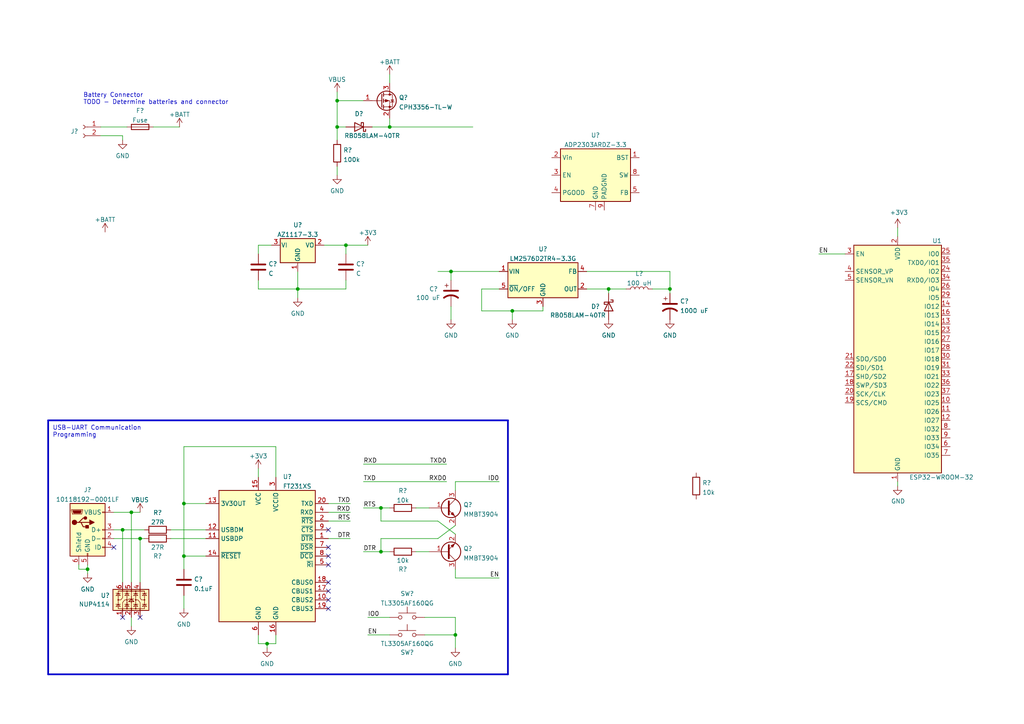
<source format=kicad_sch>
(kicad_sch (version 20211123) (generator eeschema)
  (paper "A4")
  (lib_symbols
    (symbol "Connector:Conn_01x02_Female" (pin_names (offset 1.016) hide)
      (property "Reference" "J" (at 0 2.54 0))
      (property "Value" "Conn_01x02_Female" (at 0 -5.08 0))
      (symbol "Conn_01x02_Female_1_1"
        (arc (start 0 -2.032) (mid -0.508 -2.54) (end 0 -3.048) (stroke (width 0.1524)))
        (polyline (pts (xy -1.27 -2.54) (xy -0.508 -2.54)) (stroke (width 0.1524)))
        (polyline (pts (xy -1.27 0) (xy -0.508 0)) (stroke (width 0.1524)))
        (arc (start 0 0.508) (mid -0.508 0) (end 0 -0.508) (stroke (width 0.1524)))
        (pin passive line (at -5.08 0 0) (length 3.81) (name "Pin_1") (number "1"))
        (pin passive line (at -5.08 -2.54 0) (length 3.81) (name "Pin_2") (number "2"))
      )
    )
    (symbol "Connector:USB_B_Micro" (pin_names (offset 1.016))
      (property "Reference" "J" (at -5.08 11.43 0))
      (property "Value" "USB_B_Micro" (at -5.08 8.89 0))
      (symbol "USB_B_Micro_0_1"
        (rectangle (start -5.08 -7.62) (end 5.08 7.62) (stroke (width 0.254)) (fill (type background)))
        (circle (center -3.81 2.159) (radius 0.635) (stroke (width 0.254)) (fill (type outline)))
        (circle (center -0.635 3.429) (radius 0.381) (stroke (width 0.254)) (fill (type outline)))
        (rectangle (start -0.127 -7.62) (end 0.127 -6.858))
        (polyline (pts (xy -1.905 2.159) (xy 0.635 2.159)) (stroke (width 0.254)))
        (polyline (pts (xy -3.175 2.159) (xy -2.54 2.159) (xy -1.27 3.429) (xy -0.635 3.429)) (stroke (width 0.254)))
        (polyline (pts (xy -2.54 2.159) (xy -1.905 2.159) (xy -1.27 0.889) (xy 0 0.889)) (stroke (width 0.254)))
        (polyline (pts (xy 0.635 2.794) (xy 0.635 1.524) (xy 1.905 2.159) (xy 0.635 2.794)) (stroke (width 0.254)) (fill (type outline)))
        (polyline (pts (xy -4.318 5.588) (xy -1.778 5.588) (xy -2.032 4.826) (xy -4.064 4.826) (xy -4.318 5.588)) (fill (type outline)))
        (polyline (pts (xy -4.699 5.842) (xy -4.699 5.588) (xy -4.445 4.826) (xy -4.445 4.572) (xy -1.651 4.572) (xy -1.651 4.826) (xy -1.397 5.588) (xy -1.397 5.842) (xy -4.699 5.842)))
        (rectangle (start 0.254 1.27) (end -0.508 0.508) (stroke (width 0.254)) (fill (type outline)))
        (rectangle (start 5.08 -5.207) (end 4.318 -4.953))
        (rectangle (start 5.08 -2.667) (end 4.318 -2.413))
        (rectangle (start 5.08 -0.127) (end 4.318 0.127))
        (rectangle (start 5.08 4.953) (end 4.318 5.207))
      )
      (symbol "USB_B_Micro_1_1"
        (pin power_out line (at 7.62 5.08 180) (length 2.54) (name "VBUS") (number "1"))
        (pin bidirectional line (at 7.62 -2.54 180) (length 2.54) (name "D-") (number "2"))
        (pin bidirectional line (at 7.62 0 180) (length 2.54) (name "D+") (number "3"))
        (pin passive line (at 7.62 -5.08 180) (length 2.54) (name "ID") (number "4"))
        (pin power_out line (at 0 -10.16 90) (length 2.54) (name "GND") (number "5"))
        (pin passive line (at -2.54 -10.16 90) (length 2.54) (name "Shield") (number "6"))
      )
    )
    (symbol "Device:C" (pin_numbers hide) (pin_names (offset 0.254))
      (property "Reference" "C" (at 0.635 2.54 0))
      (property "Value" "C" (at 0.635 -2.54 0))
      (symbol "C_0_1"
        (polyline (pts (xy -2.032 -0.762) (xy 2.032 -0.762)) (stroke (width 0.508)))
        (polyline (pts (xy -2.032 0.762) (xy 2.032 0.762)) (stroke (width 0.508)))
      )
      (symbol "C_1_1"
        (pin passive line (at 0 3.81 270) (length 2.794) (name "~") (number "1"))
        (pin passive line (at 0 -3.81 90) (length 2.794) (name "~") (number "2"))
      )
    )
    (symbol "Device:C_Polarized_US" (pin_numbers hide) (pin_names (offset 0.254) hide)
      (property "Reference" "C" (at 0.635 2.54 0))
      (property "Value" "C_Polarized_US" (at 0.635 -2.54 0))
      (symbol "C_Polarized_US_0_1"
        (polyline (pts (xy -2.032 0.762) (xy 2.032 0.762)) (stroke (width 0.508)))
        (polyline (pts (xy -1.778 2.286) (xy -0.762 2.286)))
        (polyline (pts (xy -1.27 1.778) (xy -1.27 2.794)))
        (arc (start 2.032 -1.27) (mid 0 -0.5572) (end -2.032 -1.27) (stroke (width 0.508)))
      )
      (symbol "C_Polarized_US_1_1"
        (pin passive line (at 0 3.81 270) (length 2.794) (name "~") (number "1"))
        (pin passive line (at 0 -3.81 90) (length 3.302) (name "~") (number "2"))
      )
    )
    (symbol "Device:D_Schottky" (pin_numbers hide) (pin_names (offset 1.016) hide)
      (property "Reference" "D" (at 0 2.54 0))
      (property "Value" "D_Schottky" (at 0 -2.54 0))
      (symbol "D_Schottky_0_1"
        (polyline (pts (xy 1.27 0) (xy -1.27 0)))
        (polyline (pts (xy 1.27 1.27) (xy 1.27 -1.27) (xy -1.27 0) (xy 1.27 1.27)) (stroke (width 0.254)))
        (polyline (pts (xy -1.905 0.635) (xy -1.905 1.27) (xy -1.27 1.27) (xy -1.27 -1.27) (xy -0.635 -1.27) (xy -0.635 -0.635)) (stroke (width 0.254)))
      )
      (symbol "D_Schottky_1_1"
        (pin passive line (at -3.81 0 0) (length 2.54) (name "K") (number "1"))
        (pin passive line (at 3.81 0 180) (length 2.54) (name "A") (number "2"))
      )
    )
    (symbol "Device:Fuse" (pin_numbers hide) (pin_names (offset 0))
      (property "Reference" "F" (at 2.032 0 90))
      (property "Value" "Fuse" (at -1.905 0 90))
      (symbol "Fuse_0_1"
        (rectangle (start -0.762 -2.54) (end 0.762 2.54) (stroke (width 0.254)))
        (polyline (pts (xy 0 2.54) (xy 0 -2.54)))
      )
      (symbol "Fuse_1_1"
        (pin passive line (at 0 3.81 270) (length 1.27) (name "~") (number "1"))
        (pin passive line (at 0 -3.81 90) (length 1.27) (name "~") (number "2"))
      )
    )
    (symbol "Device:L" (pin_numbers hide) (pin_names (offset 1.016) hide)
      (property "Reference" "L" (at -1.27 0 90))
      (property "Value" "L" (at 1.905 0 90))
      (symbol "L_0_1"
        (arc (start 0 -2.54) (mid 0.635 -1.905) (end 0 -1.27))
        (arc (start 0 -1.27) (mid 0.635 -0.635) (end 0 0))
        (arc (start 0 0) (mid 0.635 0.635) (end 0 1.27))
        (arc (start 0 1.27) (mid 0.635 1.905) (end 0 2.54))
      )
      (symbol "L_1_1"
        (pin passive line (at 0 3.81 270) (length 1.27) (name "1") (number "1"))
        (pin passive line (at 0 -3.81 90) (length 1.27) (name "2") (number "2"))
      )
    )
    (symbol "Device:R" (pin_numbers hide) (pin_names (offset 0))
      (property "Reference" "R" (at 2.032 0 90))
      (property "Value" "R" (at 0 0 90))
      (symbol "R_0_1"
        (rectangle (start -1.016 -2.54) (end 1.016 2.54) (stroke (width 0.254)))
      )
      (symbol "R_1_1"
        (pin passive line (at 0 3.81 270) (length 1.27) (name "~") (number "1"))
        (pin passive line (at 0 -3.81 90) (length 1.27) (name "~") (number "2"))
      )
    )
    (symbol "Interface_USB:FT231XS"
      (property "Reference" "U" (at -13.97 20.32 0))
      (property "Value" "FT231XS" (at 7.62 20.32 0))
      (symbol "FT231XS_0_1"
        (rectangle (start -13.97 19.05) (end 13.97 -19.05) (stroke (width 0.254)) (fill (type background)))
      )
      (symbol "FT231XS_1_1"
        (pin output line (at 17.78 5.08 180) (length 3.81) (name "~{DTR}") (number "1"))
        (pin bidirectional line (at 17.78 -12.7 180) (length 3.81) (name "CBUS2") (number "10"))
        (pin bidirectional line (at -17.78 5.08 0) (length 3.81) (name "USBDP") (number "11"))
        (pin bidirectional line (at -17.78 7.62 0) (length 3.81) (name "USBDM") (number "12"))
        (pin power_out line (at -17.78 15.24 0) (length 3.81) (name "3V3OUT") (number "13"))
        (pin input line (at -17.78 0 0) (length 3.81) (name "~{RESET}") (number "14"))
        (pin power_in line (at -2.54 22.86 270) (length 3.81) (name "VCC") (number "15"))
        (pin power_in line (at 2.54 -22.86 90) (length 3.81) (name "GND") (number "16"))
        (pin bidirectional line (at 17.78 -10.16 180) (length 3.81) (name "CBUS1") (number "17"))
        (pin bidirectional line (at 17.78 -7.62 180) (length 3.81) (name "CBUS0") (number "18"))
        (pin bidirectional line (at 17.78 -15.24 180) (length 3.81) (name "CBUS3") (number "19"))
        (pin output line (at 17.78 10.16 180) (length 3.81) (name "~{RTS}") (number "2"))
        (pin output line (at 17.78 15.24 180) (length 3.81) (name "TXD") (number "20"))
        (pin power_in line (at 2.54 22.86 270) (length 3.81) (name "VCCIO") (number "3"))
        (pin input line (at 17.78 12.7 180) (length 3.81) (name "RXD") (number "4"))
        (pin input line (at 17.78 -2.54 180) (length 3.81) (name "~{RI}") (number "5"))
        (pin power_in line (at -2.54 -22.86 90) (length 3.81) (name "GND") (number "6"))
        (pin input line (at 17.78 2.54 180) (length 3.81) (name "~{DSR}") (number "7"))
        (pin input line (at 17.78 0 180) (length 3.81) (name "~{DCD}") (number "8"))
        (pin input line (at 17.78 7.62 180) (length 3.81) (name "~{CTS}") (number "9"))
      )
    )
    (symbol "Power_Protection:NUP4202"
      (property "Reference" "U" (at -6.985 -2.54 0))
      (property "Value" "NUP4202" (at 6.35 1.27 90))
      (symbol "NUP4202_0_1"
        (rectangle (start -5.334 3.048) (end 5.08 -3.048) (stroke (width 0.254)) (fill (type background)))
        (circle (center -3.81 0) (radius 0.127))
        (circle (center -3.81 0) (radius 0.127))
        (circle (center -1.27 -2.54) (radius 0.127))
        (circle (center -1.27 -2.54) (radius 0.127))
        (circle (center -1.27 0) (radius 0.127))
        (circle (center -1.27 0) (radius 0.127))
        (circle (center -1.27 2.54) (radius 0.127))
        (circle (center -1.27 2.54) (radius 0.127))
        (circle (center 0 -2.54) (radius 0.127))
        (circle (center 0 -2.54) (radius 0.127))
        (polyline (pts (xy -4.445 -1.27) (xy -3.175 -1.27)))
        (polyline (pts (xy -4.445 -1.27) (xy -3.175 -1.27)))
        (polyline (pts (xy -4.445 1.905) (xy -3.175 1.905)))
        (polyline (pts (xy -3.81 -2.54) (xy -3.81 -0.635)))
        (polyline (pts (xy -3.81 -2.54) (xy 3.81 -2.54)))
        (polyline (pts (xy -3.81 -0.635) (xy -3.81 0.635)))
        (polyline (pts (xy -3.81 0.635) (xy -3.81 2.54)))
        (polyline (pts (xy -3.81 2.54) (xy 3.81 2.54)))
        (polyline (pts (xy -3.81 2.54) (xy 3.81 2.54)))
        (polyline (pts (xy -1.905 -1.27) (xy -0.635 -1.27)))
        (polyline (pts (xy -1.905 -1.27) (xy -0.635 -1.27)))
        (polyline (pts (xy -1.905 1.905) (xy -0.635 1.905)))
        (polyline (pts (xy -1.27 -2.54) (xy -1.27 -0.635)))
        (polyline (pts (xy -1.27 -2.54) (xy -1.27 -0.635)))
        (polyline (pts (xy -1.27 0.635) (xy -1.27 -0.635)))
        (polyline (pts (xy -1.27 0.635) (xy -1.27 2.54)))
        (polyline (pts (xy 0 -0.889) (xy 0 -3.81)))
        (polyline (pts (xy 0 -0.889) (xy 0 1.016)))
        (polyline (pts (xy 0 -0.889) (xy 0 1.016)))
        (polyline (pts (xy 0 1.016) (xy 0 3.81)))
        (polyline (pts (xy 0.635 -1.27) (xy 1.905 -1.27)))
        (polyline (pts (xy 0.635 -1.27) (xy 1.905 -1.27)))
        (polyline (pts (xy 0.635 1.905) (xy 1.905 1.905)))
        (polyline (pts (xy 1.27 -2.54) (xy 1.27 -0.635)))
        (polyline (pts (xy 1.27 -2.54) (xy 1.27 -0.635)))
        (polyline (pts (xy 1.27 0.635) (xy 1.27 -0.635)))
        (polyline (pts (xy 1.27 0.635) (xy 1.27 2.54)))
        (polyline (pts (xy 3.175 -1.27) (xy 4.445 -1.27)))
        (polyline (pts (xy 3.175 -1.27) (xy 4.445 -1.27)))
        (polyline (pts (xy 3.175 1.905) (xy 4.445 1.905)))
        (polyline (pts (xy 3.81 -2.54) (xy 3.81 -0.635)))
        (polyline (pts (xy 3.81 0.635) (xy 3.81 -0.635)))
        (polyline (pts (xy 3.81 0.635) (xy 3.81 2.54)))
        (polyline (pts (xy 0.762 0.254) (xy -0.762 0.254) (xy -0.762 0)))
        (polyline (pts (xy -4.445 -1.905) (xy -3.175 -1.905) (xy -3.81 -1.27) (xy -4.445 -1.905)))
        (polyline (pts (xy -4.445 1.27) (xy -3.175 1.27) (xy -3.81 1.905) (xy -4.445 1.27)))
        (polyline (pts (xy -2.54 -3.81) (xy -2.54 -0.762) (xy -1.905 0) (xy -1.27 0)))
        (polyline (pts (xy -2.54 3.81) (xy -2.54 0.635) (xy -3.048 0) (xy -3.937 0)))
        (polyline (pts (xy -1.905 -1.905) (xy -0.635 -1.905) (xy -1.27 -1.27) (xy -1.905 -1.905)))
        (polyline (pts (xy -1.905 1.27) (xy -0.635 1.27) (xy -1.27 1.905) (xy -1.905 1.27)))
        (polyline (pts (xy -0.762 -0.508) (xy 0.762 -0.508) (xy 0 0.254) (xy -0.762 -0.508)))
        (polyline (pts (xy -0.762 -0.508) (xy 0.762 -0.508) (xy 0 0.254) (xy -0.762 -0.508)))
        (polyline (pts (xy 0.635 -1.905) (xy 1.905 -1.905) (xy 1.27 -1.27) (xy 0.635 -1.905)))
        (polyline (pts (xy 0.635 1.27) (xy 1.905 1.27) (xy 1.27 1.905) (xy 0.635 1.27)))
        (polyline (pts (xy 2.54 -3.81) (xy 2.54 -0.762) (xy 1.905 0) (xy 1.143 0)))
        (polyline (pts (xy 2.54 3.81) (xy 2.54 0.508) (xy 2.921 0) (xy 3.81 0)))
        (polyline (pts (xy 3.175 -1.905) (xy 4.445 -1.905) (xy 3.81 -1.27) (xy 3.175 -1.905)))
        (polyline (pts (xy 3.175 1.27) (xy 4.445 1.27) (xy 3.81 1.905) (xy 3.175 1.27)))
        (circle (center 0 2.54) (radius 0.127))
        (circle (center 0 2.54) (radius 0.127))
        (circle (center 1.27 -2.54) (radius 0.127))
        (circle (center 1.27 -2.54) (radius 0.127))
        (circle (center 1.27 0) (radius 0.127))
        (circle (center 1.27 0) (radius 0.127))
        (circle (center 1.27 2.54) (radius 0.127))
        (circle (center 1.27 2.54) (radius 0.127))
        (circle (center 3.81 0) (radius 0.127))
        (circle (center 3.81 0) (radius 0.127))
      )
      (symbol "NUP4202_1_1"
        (pin passive line (at -2.54 -5.08 90) (length 2.54) (name "~") (number "1"))
        (pin passive line (at 0 -5.08 90) (length 2.54) (name "~") (number "2"))
        (pin passive line (at 2.54 -5.08 90) (length 2.54) (name "~") (number "3"))
        (pin passive line (at 2.54 5.08 270) (length 2.54) (name "~") (number "4"))
        (pin passive line (at 0 5.08 270) (length 2.54) (name "~") (number "5"))
        (pin passive line (at -2.54 5.08 270) (length 2.54) (name "~") (number "6"))
      )
    )
    (symbol "RF_Module:ESP32-WROOM-32"
      (property "Reference" "U" (at -12.7 34.29 0))
      (property "Value" "ESP32-WROOM-32" (at 1.27 34.29 0))
      (symbol "ESP32-WROOM-32_0_1"
        (rectangle (start -12.7 33.02) (end 12.7 -33.02) (stroke (width 0.254)) (fill (type background)))
      )
      (symbol "ESP32-WROOM-32_1_1"
        (pin power_in line (at 0 -35.56 90) (length 2.54) (name "GND") (number "1"))
        (pin bidirectional line (at 15.24 -12.7 180) (length 2.54) (name "IO25") (number "10"))
        (pin bidirectional line (at 15.24 -15.24 180) (length 2.54) (name "IO26") (number "11"))
        (pin bidirectional line (at 15.24 -17.78 180) (length 2.54) (name "IO27") (number "12"))
        (pin bidirectional line (at 15.24 10.16 180) (length 2.54) (name "IO14") (number "13"))
        (pin bidirectional line (at 15.24 15.24 180) (length 2.54) (name "IO12") (number "14"))
        (pin passive line (at 0 -35.56 90) (length 2.54) hide (name "GND") (number "15"))
        (pin bidirectional line (at 15.24 12.7 180) (length 2.54) (name "IO13") (number "16"))
        (pin bidirectional line (at -15.24 -5.08 0) (length 2.54) (name "SHD/SD2") (number "17"))
        (pin bidirectional line (at -15.24 -7.62 0) (length 2.54) (name "SWP/SD3") (number "18"))
        (pin bidirectional line (at -15.24 -12.7 0) (length 2.54) (name "SCS/CMD") (number "19"))
        (pin power_in line (at 0 35.56 270) (length 2.54) (name "VDD") (number "2"))
        (pin bidirectional line (at -15.24 -10.16 0) (length 2.54) (name "SCK/CLK") (number "20"))
        (pin bidirectional line (at -15.24 0 0) (length 2.54) (name "SDO/SD0") (number "21"))
        (pin bidirectional line (at -15.24 -2.54 0) (length 2.54) (name "SDI/SD1") (number "22"))
        (pin bidirectional line (at 15.24 7.62 180) (length 2.54) (name "IO15") (number "23"))
        (pin bidirectional line (at 15.24 25.4 180) (length 2.54) (name "IO2") (number "24"))
        (pin bidirectional line (at 15.24 30.48 180) (length 2.54) (name "IO0") (number "25"))
        (pin bidirectional line (at 15.24 20.32 180) (length 2.54) (name "IO4") (number "26"))
        (pin bidirectional line (at 15.24 5.08 180) (length 2.54) (name "IO16") (number "27"))
        (pin bidirectional line (at 15.24 2.54 180) (length 2.54) (name "IO17") (number "28"))
        (pin bidirectional line (at 15.24 17.78 180) (length 2.54) (name "IO5") (number "29"))
        (pin input line (at -15.24 30.48 0) (length 2.54) (name "EN") (number "3"))
        (pin bidirectional line (at 15.24 0 180) (length 2.54) (name "IO18") (number "30"))
        (pin bidirectional line (at 15.24 -2.54 180) (length 2.54) (name "IO19") (number "31"))
        (pin no_connect line (at -12.7 -27.94 0) (length 2.54) hide (name "NC") (number "32"))
        (pin bidirectional line (at 15.24 -5.08 180) (length 2.54) (name "IO21") (number "33"))
        (pin bidirectional line (at 15.24 22.86 180) (length 2.54) (name "RXD0/IO3") (number "34"))
        (pin bidirectional line (at 15.24 27.94 180) (length 2.54) (name "TXD0/IO1") (number "35"))
        (pin bidirectional line (at 15.24 -7.62 180) (length 2.54) (name "IO22") (number "36"))
        (pin bidirectional line (at 15.24 -10.16 180) (length 2.54) (name "IO23") (number "37"))
        (pin passive line (at 0 -35.56 90) (length 2.54) hide (name "GND") (number "38"))
        (pin passive line (at 0 -35.56 90) (length 2.54) hide (name "GND") (number "39"))
        (pin input line (at -15.24 25.4 0) (length 2.54) (name "SENSOR_VP") (number "4"))
        (pin input line (at -15.24 22.86 0) (length 2.54) (name "SENSOR_VN") (number "5"))
        (pin input line (at 15.24 -25.4 180) (length 2.54) (name "IO34") (number "6"))
        (pin input line (at 15.24 -27.94 180) (length 2.54) (name "IO35") (number "7"))
        (pin bidirectional line (at 15.24 -20.32 180) (length 2.54) (name "IO32") (number "8"))
        (pin bidirectional line (at 15.24 -22.86 180) (length 2.54) (name "IO33") (number "9"))
      )
    )
    (symbol "Regulator_Linear:AZ1117-3.3" (pin_names (offset 0.254))
      (property "Reference" "U" (at -3.81 3.175 0))
      (property "Value" "AZ1117-3.3" (at 0 3.175 0))
      (symbol "AZ1117-3.3_0_1"
        (rectangle (start -5.08 1.905) (end 5.08 -5.08) (stroke (width 0.254)) (fill (type background)))
      )
      (symbol "AZ1117-3.3_1_1"
        (pin power_in line (at 0 -7.62 90) (length 2.54) (name "GND") (number "1"))
        (pin power_out line (at 7.62 0 180) (length 2.54) (name "VO") (number "2"))
        (pin power_in line (at -7.62 0 0) (length 2.54) (name "VI") (number "3"))
      )
    )
    (symbol "Regulator_Switching:ADP2303ARDZ-3.3"
      (property "Reference" "U" (at -10.16 8.89 0))
      (property "Value" "ADP2303ARDZ-3.3" (at -3.81 8.89 0))
      (symbol "ADP2303ARDZ-3.3_0_1"
        (rectangle (start -10.16 7.62) (end 10.16 -7.62) (stroke (width 0.254)) (fill (type background)))
      )
      (symbol "ADP2303ARDZ-3.3_1_1"
        (pin input line (at 12.7 5.08 180) (length 2.54) (name "BST") (number "1"))
        (pin power_in line (at -12.7 5.08 0) (length 2.54) (name "Vin") (number "2"))
        (pin input line (at -12.7 0 0) (length 2.54) (name "EN") (number "3"))
        (pin output line (at -12.7 -5.08 0) (length 2.54) (name "PGOOD") (number "4"))
        (pin input line (at 12.7 -5.08 180) (length 2.54) (name "FB") (number "5"))
        (pin no_connect line (at -10.16 2.54 0) (length 2.54) hide (name "NC") (number "6"))
        (pin power_in line (at 0 -10.16 90) (length 2.54) (name "GND") (number "7"))
        (pin power_out line (at 12.7 0 180) (length 2.54) (name "SW") (number "8"))
        (pin power_in line (at 2.54 -10.16 90) (length 2.54) (name "PADGND") (number "9"))
      )
    )
    (symbol "Regulator_Switching:LM2576HVS-3.3" (pin_names (offset 0.254))
      (property "Reference" "U" (at -10.16 6.35 0))
      (property "Value" "LM2576HVS-3.3" (at 0 6.35 0))
      (symbol "LM2576HVS-3.3_0_1"
        (rectangle (start -10.16 5.08) (end 10.16 -5.08) (stroke (width 0.254)) (fill (type background)))
      )
      (symbol "LM2576HVS-3.3_1_1"
        (pin power_in line (at -12.7 2.54 0) (length 2.54) (name "VIN") (number "1"))
        (pin output line (at 12.7 -2.54 180) (length 2.54) (name "OUT") (number "2"))
        (pin power_in line (at 0 -7.62 90) (length 2.54) (name "GND") (number "3"))
        (pin input line (at 12.7 2.54 180) (length 2.54) (name "FB") (number "4"))
        (pin input line (at -12.7 -2.54 0) (length 2.54) (name "~{ON}/OFF") (number "5"))
      )
    )
    (symbol "Switch:SW_MEC_5G" (pin_numbers hide) (pin_names (offset 1.016) hide)
      (property "Reference" "SW" (at 1.27 2.54 0))
      (property "Value" "SW_MEC_5G" (at 0 -1.524 0))
      (symbol "SW_MEC_5G_0_1"
        (circle (center -2.032 0) (radius 0.508))
        (polyline (pts (xy 0 1.27) (xy 0 3.048)))
        (polyline (pts (xy 2.54 1.27) (xy -2.54 1.27)))
        (circle (center 2.032 0) (radius 0.508))
        (pin passive line (at -5.08 0 0) (length 2.54) (name "A") (number "1"))
        (pin passive line (at 5.08 0 180) (length 2.54) (name "B") (number "3"))
      )
      (symbol "SW_MEC_5G_1_1"
        (pin passive line (at -5.08 0 0) (length 2.54) hide (name "A") (number "2"))
        (pin passive line (at 5.08 0 180) (length 2.54) hide (name "B") (number "4"))
      )
    )
    (symbol "Transistor_BJT:MMBT3904" (pin_names (offset 0) hide)
      (property "Reference" "Q" (at 5.08 1.905 0))
      (property "Value" "MMBT3904" (at 5.08 0 0))
      (symbol "MMBT3904_0_1"
        (polyline (pts (xy 0.635 0.635) (xy 2.54 2.54)))
        (polyline (pts (xy 0.635 -0.635) (xy 2.54 -2.54) (xy 2.54 -2.54)))
        (polyline (pts (xy 0.635 1.905) (xy 0.635 -1.905) (xy 0.635 -1.905)) (stroke (width 0.508)))
        (polyline (pts (xy 1.27 -1.778) (xy 1.778 -1.27) (xy 2.286 -2.286) (xy 1.27 -1.778) (xy 1.27 -1.778)) (fill (type outline)))
        (circle (center 1.27 0) (radius 2.8194) (stroke (width 0.254)))
      )
      (symbol "MMBT3904_1_1"
        (pin input line (at -5.08 0 0) (length 5.715) (name "B") (number "1"))
        (pin passive line (at 2.54 -5.08 90) (length 2.54) (name "E") (number "2"))
        (pin passive line (at 2.54 5.08 270) (length 2.54) (name "C") (number "3"))
      )
    )
    (symbol "Transistor_FET:FDN340P" (pin_names hide)
      (property "Reference" "Q" (at 5.08 1.905 0))
      (property "Value" "FDN340P" (at 5.08 0 0))
      (symbol "FDN340P_0_1"
        (polyline (pts (xy 0.254 0) (xy -2.54 0)))
        (polyline (pts (xy 0.254 1.905) (xy 0.254 -1.905)) (stroke (width 0.254)))
        (polyline (pts (xy 0.762 -1.27) (xy 0.762 -2.286)) (stroke (width 0.254)))
        (polyline (pts (xy 0.762 0.508) (xy 0.762 -0.508)) (stroke (width 0.254)))
        (polyline (pts (xy 0.762 2.286) (xy 0.762 1.27)) (stroke (width 0.254)))
        (polyline (pts (xy 2.54 2.54) (xy 2.54 1.778)))
        (polyline (pts (xy 2.54 -2.54) (xy 2.54 0) (xy 0.762 0)))
        (polyline (pts (xy 0.762 1.778) (xy 3.302 1.778) (xy 3.302 -1.778) (xy 0.762 -1.778)))
        (polyline (pts (xy 2.286 0) (xy 1.27 0.381) (xy 1.27 -0.381) (xy 2.286 0)) (fill (type outline)))
        (polyline (pts (xy 2.794 -0.508) (xy 2.921 -0.381) (xy 3.683 -0.381) (xy 3.81 -0.254)))
        (polyline (pts (xy 3.302 -0.381) (xy 2.921 0.254) (xy 3.683 0.254) (xy 3.302 -0.381)))
        (circle (center 1.651 0) (radius 2.794) (stroke (width 0.254)))
        (circle (center 2.54 -1.778) (radius 0.254) (fill (type outline)))
        (circle (center 2.54 1.778) (radius 0.254) (fill (type outline)))
      )
      (symbol "FDN340P_1_1"
        (pin input line (at -5.08 0 0) (length 2.54) (name "G") (number "1"))
        (pin passive line (at 2.54 -5.08 90) (length 2.54) (name "S") (number "2"))
        (pin passive line (at 2.54 5.08 270) (length 2.54) (name "D") (number "3"))
      )
    )
    (symbol "power:+3V3" (power) (pin_names (offset 0))
      (property "Value" "+3V3" (at 0 3.556 0))
      (symbol "+3V3_0_1"
        (polyline (pts (xy -0.762 1.27) (xy 0 2.54)))
        (polyline (pts (xy 0 0) (xy 0 2.54)))
        (polyline (pts (xy 0 2.54) (xy 0.762 1.27)))
      )
      (symbol "+3V3_1_1"
        (pin power_in line (at 0 0 90) (length 0) hide (name "+3V3") (number "1"))
      )
    )
    (symbol "power:+BATT" (power) (pin_names (offset 0))
      (property "Value" "+BATT" (at 0 3.556 0))
      (symbol "+BATT_0_1"
        (polyline (pts (xy -0.762 1.27) (xy 0 2.54)))
        (polyline (pts (xy 0 0) (xy 0 2.54)))
        (polyline (pts (xy 0 2.54) (xy 0.762 1.27)))
      )
      (symbol "+BATT_1_1"
        (pin power_in line (at 0 0 90) (length 0) hide (name "+BATT") (number "1"))
      )
    )
    (symbol "power:GND" (power) (pin_names (offset 0))
      (property "Value" "GND" (at 0 -3.81 0))
      (symbol "GND_0_1"
        (polyline (pts (xy 0 0) (xy 0 -1.27) (xy 1.27 -1.27) (xy 0 -2.54) (xy -1.27 -1.27) (xy 0 -1.27)))
      )
      (symbol "GND_1_1"
        (pin power_in line (at 0 0 270) (length 0) hide (name "GND") (number "1"))
      )
    )
    (symbol "power:VBUS" (power) (pin_names (offset 0))
      (property "Value" "VBUS" (at 0 3.81 0))
      (symbol "VBUS_0_1"
        (polyline (pts (xy -0.762 1.27) (xy 0 2.54)))
        (polyline (pts (xy 0 0) (xy 0 2.54)))
        (polyline (pts (xy 0 2.54) (xy 0.762 1.27)))
      )
      (symbol "VBUS_1_1"
        (pin power_in line (at 0 0 90) (length 0) hide (name "VBUS") (number "1"))
      )
    )
  )
  (junction (at 194.31 83.82))
  (junction (at 113.03 36.83))
  (junction (at 132.08 184.15))
  (junction (at 25.4 165.1))
  (junction (at 110.49 147.32))
  (junction (at 97.79 29.21))
  (junction (at 35.56 153.67))
  (junction (at 53.34 161.29))
  (junction (at 130.81 78.74))
  (junction (at 176.53 83.82))
  (junction (at 53.34 146.05))
  (junction (at 97.79 36.83))
  (junction (at 38.1 148.59))
  (junction (at 148.59 90.17))
  (junction (at 40.64 156.21))
  (junction (at 77.47 186.69))
  (junction (at 86.36 83.82))
  (junction (at 110.49 160.02))
  (junction (at 100.33 71.12))
  (no_connect (at 40.64 179.07))
  (no_connect (at 35.56 179.07))
  (no_connect (at 95.25 153.67))
  (no_connect (at 95.25 171.45))
  (no_connect (at 95.25 168.91))
  (no_connect (at 95.25 161.29))
  (no_connect (at 95.25 158.75))
  (no_connect (at 95.25 163.83))
  (no_connect (at 95.25 176.53))
  (no_connect (at 95.25 173.99))
  (no_connect (at 33.02 158.75))
  (wire (pts (xy 97.79 48.26) (xy 97.79 50.8)))
  (wire (pts (xy 49.53 153.67) (xy 59.69 153.67)))
  (wire (pts (xy 132.08 165.1) (xy 132.08 167.64)))
  (wire (pts (xy 105.41 134.62) (xy 129.54 134.62)))
  (polyline (pts (xy 13.97 195.58) (xy 13.97 121.92)) (stroke (width 0.5) (type solid)))
  (wire (pts (xy 77.47 186.69) (xy 80.01 186.69)))
  (wire (pts (xy 97.79 36.83) (xy 97.79 40.64)))
  (wire (pts (xy 95.25 146.05) (xy 101.6 146.05)))
  (wire (pts (xy 95.25 156.21) (xy 101.6 156.21)))
  (wire (pts (xy 110.49 156.21) (xy 110.49 160.02)))
  (wire (pts (xy 157.48 88.9) (xy 157.48 90.17)))
  (wire (pts (xy 120.65 147.32) (xy 124.46 147.32)))
  (wire (pts (xy 130.81 88.9) (xy 130.81 92.71)))
  (wire (pts (xy 113.03 21.59) (xy 113.03 24.13)))
  (wire (pts (xy 95.25 151.13) (xy 101.6 151.13)))
  (wire (pts (xy 139.7 90.17) (xy 139.7 83.82)))
  (wire (pts (xy 53.34 146.05) (xy 53.34 129.54)))
  (wire (pts (xy 132.08 139.7) (xy 144.78 139.7)))
  (wire (pts (xy 86.36 83.82) (xy 86.36 86.36)))
  (wire (pts (xy 29.21 39.37) (xy 35.56 39.37)))
  (wire (pts (xy 38.1 148.59) (xy 38.1 168.91)))
  (wire (pts (xy 110.49 160.02) (xy 113.03 160.02)))
  (wire (pts (xy 132.08 179.07) (xy 132.08 184.15)))
  (wire (pts (xy 25.4 165.1) (xy 25.4 166.37)))
  (wire (pts (xy 53.34 172.72) (xy 53.34 176.53)))
  (wire (pts (xy 59.69 161.29) (xy 53.34 161.29)))
  (wire (pts (xy 80.01 129.54) (xy 80.01 138.43)))
  (wire (pts (xy 176.53 83.82) (xy 181.61 83.82)))
  (wire (pts (xy 95.25 148.59) (xy 101.6 148.59)))
  (wire (pts (xy 35.56 39.37) (xy 35.56 40.64)))
  (wire (pts (xy 93.98 71.12) (xy 100.33 71.12)))
  (wire (pts (xy 53.34 129.54) (xy 80.01 129.54)))
  (wire (pts (xy 74.93 71.12) (xy 78.74 71.12)))
  (wire (pts (xy 132.08 154.94) (xy 127 151.13)))
  (wire (pts (xy 97.79 29.21) (xy 105.41 29.21)))
  (wire (pts (xy 74.93 186.69) (xy 77.47 186.69)))
  (wire (pts (xy 77.47 186.69) (xy 77.47 187.96)))
  (wire (pts (xy 40.64 156.21) (xy 41.91 156.21)))
  (wire (pts (xy 194.31 78.74) (xy 170.18 78.74)))
  (wire (pts (xy 148.59 90.17) (xy 148.59 92.71)))
  (wire (pts (xy 44.45 36.83) (xy 52.07 36.83)))
  (wire (pts (xy 74.93 71.12) (xy 74.93 73.66)))
  (wire (pts (xy 38.1 148.59) (xy 40.64 148.59)))
  (wire (pts (xy 123.19 179.07) (xy 132.08 179.07)))
  (wire (pts (xy 260.35 66.04) (xy 260.35 68.58)))
  (wire (pts (xy 40.64 156.21) (xy 40.64 168.91)))
  (wire (pts (xy 120.65 160.02) (xy 124.46 160.02)))
  (wire (pts (xy 110.49 147.32) (xy 113.03 147.32)))
  (wire (pts (xy 127 78.74) (xy 130.81 78.74)))
  (wire (pts (xy 170.18 83.82) (xy 176.53 83.82)))
  (wire (pts (xy 113.03 184.15) (xy 106.68 184.15)))
  (wire (pts (xy 123.19 184.15) (xy 132.08 184.15)))
  (wire (pts (xy 130.81 78.74) (xy 144.78 78.74)))
  (wire (pts (xy 260.35 139.7) (xy 260.35 140.97)))
  (wire (pts (xy 107.95 36.83) (xy 113.03 36.83)))
  (wire (pts (xy 97.79 36.83) (xy 97.79 29.21)))
  (wire (pts (xy 22.86 163.83) (xy 22.86 165.1)))
  (wire (pts (xy 237.49 73.66) (xy 245.11 73.66)))
  (wire (pts (xy 106.68 179.07) (xy 113.03 179.07)))
  (wire (pts (xy 194.31 83.82) (xy 194.31 78.74)))
  (polyline (pts (xy 13.97 121.92) (xy 17.78 121.92)) (stroke (width 0.5) (type solid)))
  (polyline (pts (xy 147.32 121.92) (xy 147.32 195.58)) (stroke (width 0.5) (type solid)))
  (wire (pts (xy 132.08 152.4) (xy 127 156.21)))
  (wire (pts (xy 35.56 153.67) (xy 41.91 153.67)))
  (wire (pts (xy 132.08 142.24) (xy 132.08 139.7)))
  (wire (pts (xy 53.34 146.05) (xy 59.69 146.05)))
  (wire (pts (xy 74.93 83.82) (xy 86.36 83.82)))
  (polyline (pts (xy 147.32 195.58) (xy 13.97 195.58)) (stroke (width 0.5) (type solid)))
  (wire (pts (xy 105.41 160.02) (xy 110.49 160.02)))
  (wire (pts (xy 130.81 78.74) (xy 130.81 81.28)))
  (wire (pts (xy 35.56 153.67) (xy 35.56 168.91)))
  (polyline (pts (xy 17.78 121.92) (xy 147.32 121.92)) (stroke (width 0.5) (type solid)))
  (wire (pts (xy 132.08 167.64) (xy 144.78 167.64)))
  (wire (pts (xy 25.4 165.1) (xy 22.86 165.1)))
  (wire (pts (xy 148.59 90.17) (xy 139.7 90.17)))
  (wire (pts (xy 113.03 34.29) (xy 113.03 36.83)))
  (wire (pts (xy 100.33 83.82) (xy 100.33 81.28)))
  (wire (pts (xy 80.01 186.69) (xy 80.01 184.15)))
  (wire (pts (xy 29.21 36.83) (xy 36.83 36.83)))
  (wire (pts (xy 194.31 83.82) (xy 194.31 85.09)))
  (wire (pts (xy 176.53 83.82) (xy 176.53 85.09)))
  (wire (pts (xy 110.49 151.13) (xy 110.49 147.32)))
  (wire (pts (xy 86.36 78.74) (xy 86.36 83.82)))
  (wire (pts (xy 157.48 90.17) (xy 148.59 90.17)))
  (wire (pts (xy 53.34 161.29) (xy 53.34 146.05)))
  (wire (pts (xy 33.02 153.67) (xy 35.56 153.67)))
  (wire (pts (xy 49.53 156.21) (xy 59.69 156.21)))
  (wire (pts (xy 53.34 161.29) (xy 53.34 165.1)))
  (wire (pts (xy 189.23 83.82) (xy 194.31 83.82)))
  (wire (pts (xy 33.02 148.59) (xy 38.1 148.59)))
  (wire (pts (xy 74.93 81.28) (xy 74.93 83.82)))
  (wire (pts (xy 74.93 135.89) (xy 74.93 138.43)))
  (wire (pts (xy 105.41 139.7) (xy 129.54 139.7)))
  (wire (pts (xy 25.4 163.83) (xy 25.4 165.1)))
  (wire (pts (xy 38.1 179.07) (xy 38.1 181.61)))
  (wire (pts (xy 139.7 83.82) (xy 144.78 83.82)))
  (wire (pts (xy 113.03 36.83) (xy 137.16 36.83)))
  (wire (pts (xy 105.41 147.32) (xy 110.49 147.32)))
  (wire (pts (xy 100.33 36.83) (xy 97.79 36.83)))
  (wire (pts (xy 33.02 156.21) (xy 40.64 156.21)))
  (wire (pts (xy 110.49 151.13) (xy 127 151.13)))
  (wire (pts (xy 132.08 184.15) (xy 132.08 187.96)))
  (wire (pts (xy 97.79 26.67) (xy 97.79 29.21)))
  (wire (pts (xy 110.49 156.21) (xy 127 156.21)))
  (wire (pts (xy 100.33 71.12) (xy 106.68 71.12)))
  (wire (pts (xy 86.36 83.82) (xy 100.33 83.82)))
  (wire (pts (xy 74.93 184.15) (xy 74.93 186.69)))
  (wire (pts (xy 100.33 71.12) (xy 100.33 73.66)))
  (text "USB-UART Communication\nProgramming" (at 15.24 127 0) (effects (font (size 1.27 1.27)) (justify left bottom)))
  (text "Battery Connector\nTODO - Determine batteries and connector" (at 24.13 30.48 0) (effects (font (size 1.27 1.27)) (justify left bottom)))
  (label "EN" (at 106.68 184.15 0))
  (label "RXD" (at 101.6 148.59 180))
  (label "RTS" (at 105.41 147.32 0))
  (label "DTR" (at 101.6 156.21 180))
  (label "DTR" (at 105.41 160.02 0))
  (label "ID0" (at 144.78 139.7 180))
  (label "RTS" (at 101.6 151.13 180))
  (label "IO0" (at 106.68 179.07 0))
  (label "TXD" (at 105.41 139.7 0))
  (label "EN" (at 144.78 167.64 180))
  (label "TXD" (at 101.6 146.05 180))
  (label "RXD" (at 105.41 134.62 0))
  (label "RXD0" (at 129.54 139.7 180))
  (label "EN" (at 237.49 73.66 0))
  (label "TXD0" (at 129.54 134.62 180))
  (symbol (lib_id "RF_Module:ESP32-WROOM-32") (at 260.35 104.14 0) (unit 1)
    (property "Reference" "U1" (at 271.78 69.85 0))
    (property "Value" "ESP32-WROOM-32" (at 273.05 138.43 0))
    (property "Footprint" "RF_Module:ESP32-WROOM-32" (effects hide))
    (property "Datasheet" "https://www.espressif.com/sites/default/files/documentation/esp32-wroom-32_datasheet_en.pdf" (effects hide))
    (property "Purchase Link" "https://www.digikey.com/en/products/detail/espressif-systems/ESP32-WROOM-32E-4MB-HIGH-TEMP/12696413" (effects hide))
  )
  (symbol (lib_id "power:GND") (at 260.35 140.97 0) (unit 1)
    (property "Reference" "#PWR?" (effects hide))
    (property "Value" "GND" (at 260.477 145.3642 0))
  )
  (symbol (lib_id "power:+3V3") (at 260.35 66.04 0) (unit 1)
    (property "Reference" "#PWR?" (effects hide))
    (property "Value" "+3V3" (at 260.731 61.6458 0))
  )
  (symbol (lib_id "power:GND") (at 38.1 181.61 0) (unit 1)
    (property "Reference" "#PWR?" (effects hide))
    (property "Value" "GND" (at 38.1 186.1725 0))
  )
  (symbol (lib_id "Switch:SW_MEC_5G") (at 118.11 184.15 0) (unit 1)
    (property "Reference" "SW?" (at 118.11 189.23 0))
    (property "Value" "TL3305AF160QG" (at 118.11 186.69 0))
    (property "Footprint" "Button_Switch_SMD:SW_SPST_B3SL-1002P" (effects hide))
    (property "Datasheet" "http://www.apem.com/int/index.php?controller=attachment&id_attachment=488" (effects hide))
    (property "Purchase Link" "https://www.digikey.com/en/products/detail/e-switch/TL3305AF160QG/5816181" (effects hide))
  )
  (symbol (lib_id "power:GND") (at 77.47 187.96 0) (unit 1)
    (property "Reference" "#PWR?" (effects hide))
    (property "Value" "GND" (at 77.47 192.5225 0))
  )
  (symbol (lib_id "Regulator_Switching:LM2576HVS-3.3") (at 157.48 81.28 0) (unit 1)
    (property "Reference" "U?" (at 157.48 72.2335 0))
    (property "Value" "LM2576D2TR4-3.3G" (at 157.48 75.0086 0))
    (property "Footprint" "Package_TO_SOT_SMD:TO-263-5_TabPin3" (effects hide))
    (property "Datasheet" "http://www.ti.com/lit/ds/symlink/lm2576.pdf" (effects hide))
    (property "Purchase Link" "https://www.digikey.com/en/products/detail/onsemi/LM2576D2TR4-3-3G/1476725" (effects hide))
  )
  (symbol (lib_id "Power_Protection:NUP4202") (at 38.1 173.99 0) (unit 1)
    (property "Reference" "U?" (at 29.21 172.72 0) (effects (justify left)))
    (property "Value" "NUP4114" (at 22.86 175.26 0) (effects (justify left)))
    (property "Footprint" "Package_TO_SOT_SMD:SOT-23-6_Handsoldering" (effects hide))
    (property "Datasheet" "https://www.onsemi.com/pdf/datasheet/nup4114-d.pdf" (effects hide))
    (property "Purchase Link" "https://www.digikey.com/en/products/detail/onsemi/SZNUP4114HMR6T1G/3063426" (effects hide))
  )
  (symbol (lib_id "power:GND") (at 35.56 40.64 0) (unit 1)
    (property "Reference" "#PWR?" (effects hide))
    (property "Value" "GND" (at 35.56 45.2025 0))
  )
  (symbol (lib_id "power:VBUS") (at 40.64 148.59 0) (unit 1)
    (property "Reference" "#PWR?" (effects hide))
    (property "Value" "VBUS" (at 40.64 144.9855 0))
  )
  (symbol (lib_id "Regulator_Linear:AZ1117-3.3") (at 86.36 71.12 0) (unit 1)
    (property "Reference" "U?" (at 86.36 65.2485 0))
    (property "Value" "AZ1117-3.3" (at 86.36 68.0236 0))
    (property "Datasheet" "https://www.diodes.com/assets/Datasheets/AZ1117.pdf" (effects hide))
    (property "Purchase Link" "https://www.digikey.com/en/products/detail/diodes-incorporated/AZ1117IH-3-3TRG1/5699672" (effects hide))
  )
  (symbol (lib_id "Device:C_Polarized_US") (at 130.81 85.09 0) (unit 1)
    (property "Reference" "C?" (at 124.46 83.82 0) (effects (justify left)))
    (property "Value" "100 uF" (at 120.65 86.36 0) (effects (justify left)))
  )
  (symbol (lib_id "Device:C") (at 74.93 77.47 0) (unit 1)
    (property "Reference" "C?" (at 77.851 76.5615 0) (effects (justify left)))
    (property "Value" "C" (at 77.851 79.3366 0) (effects (justify left)))
  )
  (symbol (lib_id "Device:C") (at 53.34 168.91 0) (unit 1)
    (property "Reference" "C?" (at 56.261 168.0015 0) (effects (justify left)))
    (property "Value" "0.1uF" (at 56.261 170.7766 0) (effects (justify left)))
    (property "Footprint" "Capacitor_SMD:C_0603_1608Metric_Pad1.08x0.95mm_HandSolder" (effects hide))
    (property "Purchase Link" "https://www.digikey.com/en/products/detail/samsung-electro-mechanics/CL10B104KA8WPNC/5961201" (effects hide))
  )
  (symbol (lib_id "Device:C") (at 100.33 77.47 0) (unit 1)
    (property "Reference" "C?" (at 103.251 76.5615 0) (effects (justify left)))
    (property "Value" "C" (at 103.251 79.3366 0) (effects (justify left)))
  )
  (symbol (lib_id "power:GND") (at 86.36 86.36 0) (unit 1)
    (property "Reference" "#PWR?" (effects hide))
    (property "Value" "GND" (at 86.36 90.9225 0))
  )
  (symbol (lib_id "Device:R") (at 45.72 153.67 90) (unit 1)
    (property "Reference" "R?" (at 45.72 148.6875 90))
    (property "Value" "27R" (at 45.72 151.4626 90))
    (property "Footprint" "Resistor_SMD:R_0603_1608Metric_Pad0.98x0.95mm_HandSolder" (effects hide))
    (property "Purchase Link" "https://www.digikey.com/en/products/detail/stackpole-electronics-inc/RMCF0603FT27R0/1760818" (effects hide))
  )
  (symbol (lib_id "power:+3V3") (at 106.68 71.12 0) (unit 1)
    (property "Reference" "#PWR?" (effects hide))
    (property "Value" "+3V3" (at 106.68 67.5155 0))
  )
  (symbol (lib_id "power:GND") (at 130.81 92.71 0) (unit 1)
    (property "Reference" "#PWR?" (effects hide))
    (property "Value" "GND" (at 130.81 97.2725 0))
  )
  (symbol (lib_id "power:GND") (at 25.4 166.37 0) (unit 1)
    (property "Reference" "#PWR?" (effects hide))
    (property "Value" "GND" (at 25.4 170.9325 0))
  )
  (symbol (lib_id "Device:R") (at 97.79 44.45 0) (unit 1)
    (property "Reference" "R?" (at 99.568 43.5415 0) (effects (justify left)))
    (property "Value" "100k" (at 99.568 46.3166 0) (effects (justify left)))
    (property "Footprint" "Resistor_SMD:R_0603_1608Metric_Pad0.98x0.95mm_HandSolder" (effects hide))
    (property "Purchase Link" "https://www.digikey.com/en/products/detail/stackpole-electronics-inc/RMCF0603JT100K/1758100?s=N4IgTCBcDaIEoFkDCAxADANjQZgFIBUBGNNAaRAF0BfIA" (effects hide))
  )
  (symbol (lib_id "Device:L") (at 185.42 83.82 90) (unit 1)
    (property "Reference" "L?" (at 185.42 79.3455 90))
    (property "Value" "100 uH" (at 185.42 82.1206 90))
  )
  (symbol (lib_id "Device:Fuse") (at 40.64 36.83 90) (unit 1)
    (property "Reference" "F?" (at 40.64 32.1015 90))
    (property "Value" "Fuse" (at 40.64 34.8766 90))
    (property "Footprint" "Fuse:Fuseholder_Blade_Mini_Keystone_3568" (effects hide))
    (property "Purchase Link" "https://www.digikey.com/en/products/detail/keystone-electronics/3568/2137306" (effects hide))
  )
  (symbol (lib_id "Switch:SW_MEC_5G") (at 118.11 179.07 0) (unit 1)
    (property "Reference" "SW?" (at 118.11 172.1825 0))
    (property "Value" "TL3305AF160QG" (at 118.11 174.9576 0))
    (property "Footprint" "Button_Switch_SMD:SW_SPST_B3SL-1002P" (effects hide))
    (property "Datasheet" "http://www.apem.com/int/index.php?controller=attachment&id_attachment=488" (effects hide))
    (property "Purchase Link" "https://www.digikey.com/en/products/detail/e-switch/TL3305AF160QG/5816181" (effects hide))
  )
  (symbol (lib_id "Device:D_Schottky") (at 176.53 88.9 270) (unit 1)
    (property "Reference" "D?" (at 172.72 88.9 90))
    (property "Value" "RB058LAM-40TR" (at 167.64 91.44 90))
    (property "Footprint" "Diode_SMD:D_SOD-128" (effects hide))
    (property "Purchase Link" "https://www.digikey.com/en/products/detail/rohm-semiconductor/RB058LAM-40TR/7243291" (effects hide))
  )
  (symbol (lib_id "power:GND") (at 97.79 50.8 0) (unit 1)
    (property "Reference" "#PWR?" (effects hide))
    (property "Value" "GND" (at 97.79 55.3625 0))
  )
  (symbol (lib_id "Transistor_BJT:MMBT3904") (at 129.54 147.32 0) (unit 1)
    (property "Reference" "Q?" (at 134.3914 146.4115 0) (effects (justify left)))
    (property "Value" "MMBT3904" (at 134.3914 149.1866 0) (effects (justify left)))
    (property "Footprint" "Package_TO_SOT_SMD:SOT-23" (effects hide))
    (property "Datasheet" "https://www.onsemi.com/pub/Collateral/2N3903-D.PDF" (effects hide))
    (property "Field4" "https://www.digikey.com/en/products/detail/panjit-international-inc/MMBT3904-R1-00001/14660657" (effects hide))
  )
  (symbol (lib_id "Connector:Conn_01x02_Female") (at 24.13 36.83 0) (mirror y) (unit 1)
    (property "Reference" "J?" (at 21.59 38.1 0))
    (property "Value" "Conn_01x02_Female" (effects hide))
  )
  (symbol (lib_id "Device:R") (at 201.93 140.97 0) (unit 1)
    (property "Reference" "R?" (at 203.708 140.0615 0) (effects (justify left)))
    (property "Value" "10k" (at 203.708 142.8366 0) (effects (justify left)))
    (property "Footprint" "Resistor_SMD:R_0603_1608Metric_Pad0.98x0.95mm_HandSolder" (effects hide))
    (property "Purchase Link" "https://www.digikey.com/en/products/detail/stackpole-electronics-inc/RMCF0603JT10K0/1758104" (effects hide))
  )
  (symbol (lib_id "Device:D_Schottky") (at 104.14 36.83 180) (unit 1)
    (property "Reference" "D?" (at 104.14 33.02 0))
    (property "Value" "RB058LAM-40TR" (at 107.95 39.37 0))
    (property "Footprint" "Diode_SMD:D_SOD-128" (effects hide))
    (property "Purchase Link" "https://www.digikey.com/en/products/detail/rohm-semiconductor/RB058LAM-40TR/7243291" (effects hide))
  )
  (symbol (lib_id "power:+BATT") (at 113.03 21.59 0) (unit 1)
    (property "Reference" "#PWR?" (effects hide))
    (property "Value" "+BATT" (at 113.03 17.9855 0))
  )
  (symbol (lib_id "power:GND") (at 132.08 187.96 0) (unit 1)
    (property "Reference" "#PWR?" (effects hide))
    (property "Value" "GND" (at 132.08 192.5225 0))
  )
  (symbol (lib_id "power:GND") (at 53.34 176.53 0) (unit 1)
    (property "Reference" "#PWR?" (effects hide))
    (property "Value" "GND" (at 53.34 181.0925 0))
  )
  (symbol (lib_id "power:GND") (at 148.59 92.71 0) (unit 1)
    (property "Reference" "#PWR?" (effects hide))
    (property "Value" "GND" (at 148.59 97.2725 0))
  )
  (symbol (lib_id "Connector:USB_B_Micro") (at 25.4 153.67 0) (unit 1)
    (property "Reference" "J?" (at 25.4 142.0835 0))
    (property "Value" "10118192-0001LF" (at 25.4 144.8586 0))
    (property "Purchase Link" "https://www.digikey.com/en/products/detail/amphenol-icc-fci/10118192-0001LF/2785387" (effects hide))
  )
  (symbol (lib_id "Device:R") (at 116.84 160.02 270) (unit 1)
    (property "Reference" "R?" (at 116.84 165.1 90))
    (property "Value" "10k" (at 116.84 162.56 90))
    (property "Footprint" "Resistor_SMD:R_0603_1608Metric_Pad0.98x0.95mm_HandSolder" (effects hide))
    (property "Purchase Link" "https://www.digikey.com/en/products/detail/stackpole-electronics-inc/RMCF0603JT10K0/1758104" (effects hide))
  )
  (symbol (lib_id "power:+3V3") (at 74.93 135.89 0) (unit 1)
    (property "Reference" "#PWR?" (effects hide))
    (property "Value" "+3V3" (at 74.93 132.2855 0))
  )
  (symbol (lib_id "Interface_USB:FT231XS") (at 77.47 161.29 0) (unit 1)
    (property "Reference" "U?" (at 82.0294 138.2735 0) (effects (justify left)))
    (property "Value" "FT231XS" (at 82.0294 141.0486 0) (effects (justify left)))
    (property "Footprint" "Package_SO:SSOP-20_3.9x8.7mm_P0.635mm" (effects hide))
    (property "Datasheet" "https://www.ftdichip.com/Support/Documents/DataSheets/ICs/DS_FT231X.pdf" (effects hide))
    (property "Purchase Link" "https://ftdichip.com/products/ft231xs/" (effects hide))
  )
  (symbol (lib_id "Transistor_BJT:MMBT3904") (at 129.54 160.02 0) (mirror x) (unit 1)
    (property "Reference" "Q?" (at 134.3914 159.1115 0) (effects (justify left)))
    (property "Value" "MMBT3904" (at 134.3914 161.8866 0) (effects (justify left)))
    (property "Footprint" "Package_TO_SOT_SMD:SOT-23" (effects hide))
    (property "Datasheet" "https://www.onsemi.com/pub/Collateral/2N3903-D.PDF" (effects hide))
    (property "Field4" "https://www.digikey.com/en/products/detail/panjit-international-inc/MMBT3904-R1-00001/14660657" (effects hide))
  )
  (symbol (lib_id "power:GND") (at 194.31 92.71 0) (unit 1)
    (property "Reference" "#PWR?" (effects hide))
    (property "Value" "GND" (at 194.31 97.2725 0))
  )
  (symbol (lib_id "power:+BATT") (at 52.07 36.83 0) (unit 1)
    (property "Reference" "#PWR?" (effects hide))
    (property "Value" "+BATT" (at 52.07 33.2255 0))
  )
  (symbol (lib_id "Transistor_FET:FDN340P") (at 110.49 29.21 0) (unit 1)
    (property "Reference" "Q?" (at 115.697 28.3015 0) (effects (justify left)))
    (property "Value" "CPH3356-TL-W" (at 115.697 31.0766 0) (effects (justify left)))
    (property "Footprint" "Package_TO_SOT_SMD:SC-59_Handsoldering" (effects hide))
    (property "Datasheet" "https://www.onsemi.com/pub/Collateral/FDN340P-D.PDF" (effects hide))
    (property "Purchase Link" "https://www.digikey.com/en/products/detail/onsemi/CPH3356-TL-W/5404275" (effects hide))
  )
  (symbol (lib_id "Regulator_Switching:ADP2303ARDZ-3.3") (at 172.72 50.8 0) (unit 1)
    (property "Reference" "U?" (at 172.72 39.2135 0))
    (property "Value" "ADP2303ARDZ-3.3" (at 172.72 41.9886 0))
    (property "Footprint" "Package_SO:SOIC-8-1EP_3.9x4.9mm_P1.27mm_EP2.29x3mm" (effects hide))
    (property "Datasheet" "https://www.analog.com/media/en/technical-documentation/data-sheets/ADP2302_2303.pdf" (effects hide))
  )
  (symbol (lib_id "Device:R") (at 116.84 147.32 90) (unit 1)
    (property "Reference" "R?" (at 116.84 142.3375 90))
    (property "Value" "10k" (at 116.84 145.1126 90))
    (property "Footprint" "Resistor_SMD:R_0603_1608Metric_Pad0.98x0.95mm_HandSolder" (effects hide))
    (property "Purchase Link" "https://www.digikey.com/en/products/detail/stackpole-electronics-inc/RMCF0603JT10K0/1758104" (effects hide))
  )
  (symbol (lib_id "power:+BATT") (at 30.48 67.31 0) (unit 1)
    (property "Reference" "#PWR?" (effects hide))
    (property "Value" "+BATT" (at 30.48 63.7055 0))
  )
  (symbol (lib_id "power:GND") (at 176.53 92.71 0) (unit 1)
    (property "Reference" "#PWR?" (effects hide))
    (property "Value" "GND" (at 176.53 97.2725 0))
  )
  (symbol (lib_id "power:VBUS") (at 97.79 26.67 0) (unit 1)
    (property "Reference" "#PWR?" (effects hide))
    (property "Value" "VBUS" (at 97.79 23.0655 0))
  )
  (symbol (lib_id "Device:C_Polarized_US") (at 194.31 88.9 0) (unit 1)
    (property "Reference" "C?" (at 197.231 87.3565 0) (effects (justify left)))
    (property "Value" "1000 uF" (at 197.231 90.1316 0) (effects (justify left)))
  )
  (symbol (lib_id "Device:R") (at 45.72 156.21 270) (unit 1)
    (property "Reference" "R?" (at 45.72 161.29 90))
    (property "Value" "27R" (at 45.72 158.75 90))
    (property "Footprint" "Resistor_SMD:R_0603_1608Metric_Pad0.98x0.95mm_HandSolder" (effects hide))
    (property "Purchase Link" "https://www.digikey.com/en/products/detail/stackpole-electronics-inc/RMCF0603FT27R0/1760818" (effects hide))
  )
)
</source>
